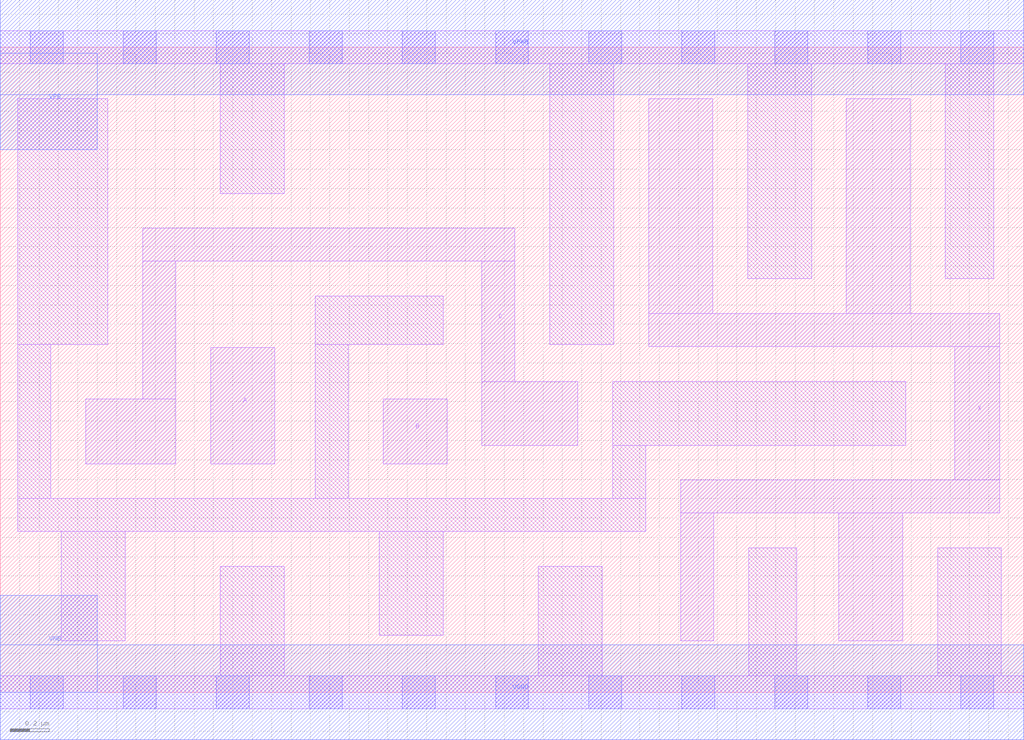
<source format=lef>
# Copyright 2020 The SkyWater PDK Authors
#
# Licensed under the Apache License, Version 2.0 (the "License");
# you may not use this file except in compliance with the License.
# You may obtain a copy of the License at
#
#     https://www.apache.org/licenses/LICENSE-2.0
#
# Unless required by applicable law or agreed to in writing, software
# distributed under the License is distributed on an "AS IS" BASIS,
# WITHOUT WARRANTIES OR CONDITIONS OF ANY KIND, either express or implied.
# See the License for the specific language governing permissions and
# limitations under the License.
#
# SPDX-License-Identifier: Apache-2.0

VERSION 5.5 ;
NAMESCASESENSITIVE ON ;
BUSBITCHARS "[]" ;
DIVIDERCHAR "/" ;
MACRO sky130_fd_sc_lp__maj3_4
  CLASS CORE ;
  SOURCE USER ;
  ORIGIN  0.000000  0.000000 ;
  SIZE  5.280000 BY  3.330000 ;
  SYMMETRY X Y R90 ;
  SITE unit ;
  PIN A
    ANTENNAGATEAREA  0.630000 ;
    DIRECTION INPUT ;
    USE SIGNAL ;
    PORT
      LAYER li1 ;
        RECT 1.085000 1.180000 1.415000 1.780000 ;
    END
  END A
  PIN B
    ANTENNAGATEAREA  0.630000 ;
    DIRECTION INPUT ;
    USE SIGNAL ;
    PORT
      LAYER li1 ;
        RECT 1.975000 1.180000 2.305000 1.515000 ;
    END
  END B
  PIN C
    ANTENNAGATEAREA  0.630000 ;
    DIRECTION INPUT ;
    USE SIGNAL ;
    PORT
      LAYER li1 ;
        RECT 0.440000 1.180000 0.905000 1.515000 ;
        RECT 0.735000 1.515000 0.905000 2.225000 ;
        RECT 0.735000 2.225000 2.655000 2.395000 ;
        RECT 2.485000 1.275000 2.980000 1.605000 ;
        RECT 2.485000 1.605000 2.655000 2.225000 ;
    END
  END C
  PIN X
    ANTENNADIFFAREA  1.209600 ;
    DIRECTION OUTPUT ;
    USE SIGNAL ;
    PORT
      LAYER li1 ;
        RECT 3.345000 1.785000 5.155000 1.955000 ;
        RECT 3.345000 1.955000 3.675000 3.065000 ;
        RECT 3.510000 0.265000 3.680000 0.925000 ;
        RECT 3.510000 0.925000 5.155000 1.095000 ;
        RECT 4.325000 0.265000 4.655000 0.925000 ;
        RECT 4.365000 1.955000 4.695000 3.065000 ;
        RECT 4.925000 1.095000 5.155000 1.785000 ;
    END
  END X
  PIN VGND
    DIRECTION INOUT ;
    USE GROUND ;
    PORT
      LAYER met1 ;
        RECT 0.000000 -0.245000 5.280000 0.245000 ;
    END
  END VGND
  PIN VNB
    DIRECTION INOUT ;
    USE GROUND ;
    PORT
      LAYER met1 ;
        RECT 0.000000 0.000000 0.500000 0.500000 ;
    END
  END VNB
  PIN VPB
    DIRECTION INOUT ;
    USE POWER ;
    PORT
      LAYER met1 ;
        RECT 0.000000 2.800000 0.500000 3.300000 ;
    END
  END VPB
  PIN VPWR
    DIRECTION INOUT ;
    USE POWER ;
    PORT
      LAYER met1 ;
        RECT 0.000000 3.085000 5.280000 3.575000 ;
    END
  END VPWR
  OBS
    LAYER li1 ;
      RECT 0.000000 -0.085000 5.280000 0.085000 ;
      RECT 0.000000  3.245000 5.280000 3.415000 ;
      RECT 0.090000  0.830000 3.330000 1.000000 ;
      RECT 0.090000  1.000000 0.260000 1.795000 ;
      RECT 0.090000  1.795000 0.555000 3.065000 ;
      RECT 0.315000  0.265000 0.645000 0.830000 ;
      RECT 1.135000  0.085000 1.465000 0.650000 ;
      RECT 1.135000  2.575000 1.465000 3.245000 ;
      RECT 1.625000  1.000000 1.795000 1.795000 ;
      RECT 1.625000  1.795000 2.285000 2.045000 ;
      RECT 1.955000  0.295000 2.285000 0.830000 ;
      RECT 2.775000  0.085000 3.105000 0.650000 ;
      RECT 2.835000  1.795000 3.165000 3.245000 ;
      RECT 3.160000  1.000000 3.330000 1.275000 ;
      RECT 3.160000  1.275000 4.670000 1.605000 ;
      RECT 3.855000  2.135000 4.185000 3.245000 ;
      RECT 3.860000  0.085000 4.110000 0.745000 ;
      RECT 4.835000  0.085000 5.165000 0.745000 ;
      RECT 4.875000  2.135000 5.125000 3.245000 ;
    LAYER mcon ;
      RECT 0.155000 -0.085000 0.325000 0.085000 ;
      RECT 0.155000  3.245000 0.325000 3.415000 ;
      RECT 0.635000 -0.085000 0.805000 0.085000 ;
      RECT 0.635000  3.245000 0.805000 3.415000 ;
      RECT 1.115000 -0.085000 1.285000 0.085000 ;
      RECT 1.115000  3.245000 1.285000 3.415000 ;
      RECT 1.595000 -0.085000 1.765000 0.085000 ;
      RECT 1.595000  3.245000 1.765000 3.415000 ;
      RECT 2.075000 -0.085000 2.245000 0.085000 ;
      RECT 2.075000  3.245000 2.245000 3.415000 ;
      RECT 2.555000 -0.085000 2.725000 0.085000 ;
      RECT 2.555000  3.245000 2.725000 3.415000 ;
      RECT 3.035000 -0.085000 3.205000 0.085000 ;
      RECT 3.035000  3.245000 3.205000 3.415000 ;
      RECT 3.515000 -0.085000 3.685000 0.085000 ;
      RECT 3.515000  3.245000 3.685000 3.415000 ;
      RECT 3.995000 -0.085000 4.165000 0.085000 ;
      RECT 3.995000  3.245000 4.165000 3.415000 ;
      RECT 4.475000 -0.085000 4.645000 0.085000 ;
      RECT 4.475000  3.245000 4.645000 3.415000 ;
      RECT 4.955000 -0.085000 5.125000 0.085000 ;
      RECT 4.955000  3.245000 5.125000 3.415000 ;
  END
END sky130_fd_sc_lp__maj3_4
END LIBRARY

</source>
